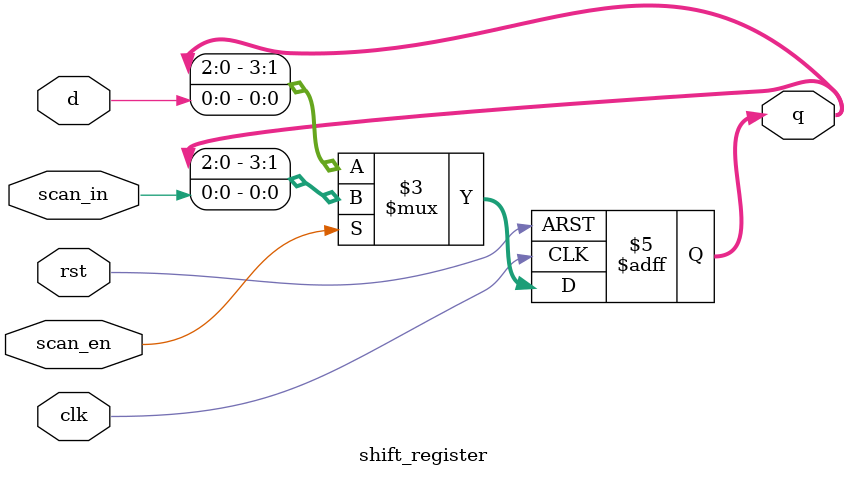
<source format=v>
module shift_register (
    input clk,
    input rst,
    input scan_en,
    input scan_in,
    input d,
    output reg [3:0] q
);

always @(posedge clk or posedge rst) begin
    if (rst)
        q <= 4'b0000;
    else if (scan_en)
        q <= {q[2:0], scan_in};  // Scan mode: shift right, load scan_in
    else
        q <= {q[2:0], d};        // Normal mode: shift right, load d
end

endmodule

</source>
